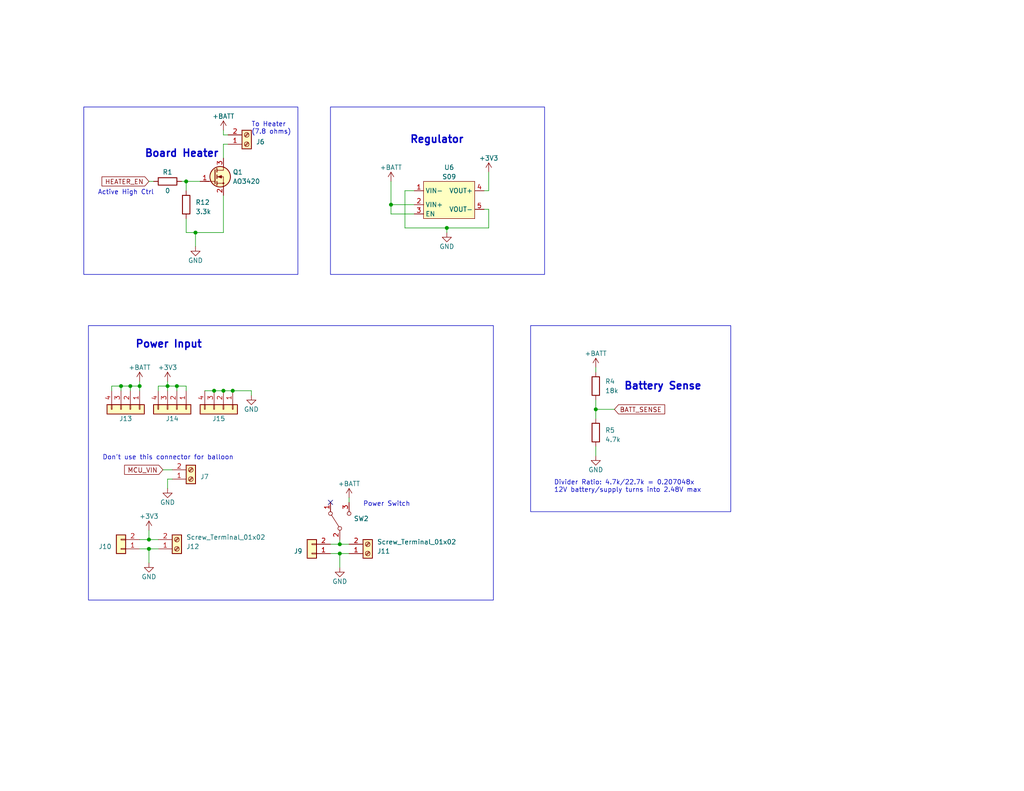
<source format=kicad_sch>
(kicad_sch (version 20230121) (generator eeschema)
  (paper "USLetter")
  (lib_symbols
    (symbol "Connector:Screw_Terminal_01x02" (pin_names (offset 1.016) hide)
      (property "Reference" "J" (at 0 2.54 0))
      (property "Value" "Screw_Terminal_01x02" (at 0 -5.08 0))
      (symbol "Screw_Terminal_01x02_1_1"
        (rectangle (start -1.27 1.27) (end 1.27 -3.81) (stroke (width 0.254)) (fill (type background)))
        (circle (center 0 -2.54) (radius 0.635) (stroke (width 0.1524)))
        (polyline (pts (xy -0.5334 -2.2098) (xy 0.3302 -3.048)) (stroke (width 0.1524)))
        (polyline (pts (xy -0.5334 0.3302) (xy 0.3302 -0.508)) (stroke (width 0.1524)))
        (polyline (pts (xy -0.3556 -2.032) (xy 0.508 -2.8702)) (stroke (width 0.1524)))
        (polyline (pts (xy -0.3556 0.508) (xy 0.508 -0.3302)) (stroke (width 0.1524)))
        (circle (center 0 0) (radius 0.635) (stroke (width 0.1524)))
        (pin passive line (at -5.08 0 0) (length 3.81) (name "Pin_1") (number "1"))
        (pin passive line (at -5.08 -2.54 0) (length 3.81) (name "Pin_2") (number "2"))
      )
    )
    (symbol "Connector_Generic:Conn_01x02" (pin_names (offset 1.016) hide)
      (property "Reference" "J" (at 0 2.54 0))
      (property "Value" "Conn_01x02" (at 0 -5.08 0))
      (symbol "Conn_01x02_1_1"
        (rectangle (start -1.27 -2.413) (end 0 -2.667) (stroke (width 0.1524)))
        (rectangle (start -1.27 0.127) (end 0 -0.127) (stroke (width 0.1524)))
        (rectangle (start -1.27 1.27) (end 1.27 -3.81) (stroke (width 0.254)) (fill (type background)))
        (pin passive line (at -5.08 0 0) (length 3.81) (name "Pin_1") (number "1"))
        (pin passive line (at -5.08 -2.54 0) (length 3.81) (name "Pin_2") (number "2"))
      )
    )
    (symbol "Connector_Generic:Conn_01x04" (pin_names (offset 1.016) hide)
      (property "Reference" "J" (at 0 5.08 0))
      (property "Value" "Conn_01x04" (at 0 -7.62 0))
      (symbol "Conn_01x04_1_1"
        (rectangle (start -1.27 -4.953) (end 0 -5.207) (stroke (width 0.1524)))
        (rectangle (start -1.27 -2.413) (end 0 -2.667) (stroke (width 0.1524)))
        (rectangle (start -1.27 0.127) (end 0 -0.127) (stroke (width 0.1524)))
        (rectangle (start -1.27 2.667) (end 0 2.413) (stroke (width 0.1524)))
        (rectangle (start -1.27 3.81) (end 1.27 -6.35) (stroke (width 0.254)) (fill (type background)))
        (pin passive line (at -5.08 2.54 0) (length 3.81) (name "Pin_1") (number "1"))
        (pin passive line (at -5.08 0 0) (length 3.81) (name "Pin_2") (number "2"))
        (pin passive line (at -5.08 -2.54 0) (length 3.81) (name "Pin_3") (number "3"))
        (pin passive line (at -5.08 -5.08 0) (length 3.81) (name "Pin_4") (number "4"))
      )
    )
    (symbol "Device:R" (pin_numbers hide) (pin_names (offset 0))
      (property "Reference" "R" (at 2.032 0 90))
      (property "Value" "R" (at 0 0 90))
      (symbol "R_0_1"
        (rectangle (start -1.016 -2.54) (end 1.016 2.54) (stroke (width 0.254)))
      )
      (symbol "R_1_1"
        (pin passive line (at 0 3.81 270) (length 1.27) (name "~") (number "1"))
        (pin passive line (at 0 -3.81 90) (length 1.27) (name "~") (number "2"))
      )
    )
    (symbol "PCM_Transistor_MOSFET_AKL:AO3420" (pin_names hide)
      (property "Reference" "Q" (at 5.08 1.27 0))
      (property "Value" "AO3420" (at 5.08 -1.27 0))
      (symbol "AO3420_0_1"
        (polyline (pts (xy 0.254 -1.27) (xy -2.54 -1.27)))
        (polyline (pts (xy 0.254 1.905) (xy 0.254 -1.905)) (stroke (width 0.254)))
        (polyline (pts (xy 0.762 -1.778) (xy 2.54 -1.778)))
        (polyline (pts (xy 0.762 -1.27) (xy 0.762 -2.286)) (stroke (width 0.254)))
        (polyline (pts (xy 0.762 0.508) (xy 0.762 -0.508)) (stroke (width 0.254)))
        (polyline (pts (xy 0.762 2.286) (xy 0.762 1.27)) (stroke (width 0.254)))
        (polyline (pts (xy 2.54 1.778) (xy 0.762 1.778)))
        (polyline (pts (xy 2.54 2.54) (xy 2.54 1.778)))
        (polyline (pts (xy 2.54 -2.54) (xy 2.54 0) (xy 0.762 0)))
        (polyline (pts (xy 1.016 0) (xy 2.032 0.381) (xy 2.032 -0.381) (xy 1.016 0)) (fill (type outline)))
        (circle (center 1.651 0) (radius 2.794) (stroke (width 0.254)) (fill (type background)))
        (circle (center 2.54 -1.778) (radius 0.1778) (fill (type outline)))
      )
      (symbol "AO3420_1_1"
        (pin input line (at -3.81 -1.27 0) (length 2.54) (name "G") (number "1"))
        (pin passive line (at 2.54 -5.08 90) (length 2.54) (name "S") (number "2"))
        (pin passive line (at 2.54 5.08 270) (length 2.54) (name "D") (number "3"))
      )
    )
    (symbol "Project-Supernova-Symbol-Lib:S09_Buck_Boost"
      (property "Reference" "U" (at 0 6.35 0))
      (property "Value" "S09" (at 0 -6.35 0))
      (symbol "S09_Buck_Boost_1_1"
        (rectangle (start -3.81 5.08) (end 10.16 -5.08) (fill (type background)))
        (pin power_in line (at -6.35 2.54 0) (length 2.54) (name "VIN-") (number "1"))
        (pin power_in line (at -6.35 -1.27 0) (length 2.54) (name "VIN+") (number "2"))
        (pin input line (at -6.35 -3.81 0) (length 2.54) (name "EN") (number "3"))
        (pin power_out line (at 12.7 2.54 180) (length 2.54) (name "VOUT+") (number "4"))
        (pin power_out line (at 12.7 -2.54 180) (length 2.54) (name "VOUT-") (number "5"))
      )
    )
    (symbol "Switch:SW_SPDT" (pin_names (offset 0) hide)
      (property "Reference" "SW" (at 0 4.318 0))
      (property "Value" "SW_SPDT" (at 0 -5.08 0))
      (symbol "SW_SPDT_0_0"
        (circle (center -2.032 0) (radius 0.508))
        (circle (center 2.032 -2.54) (radius 0.508))
      )
      (symbol "SW_SPDT_0_1"
        (polyline (pts (xy -1.524 0.254) (xy 1.651 2.286)))
        (circle (center 2.032 2.54) (radius 0.508))
      )
      (symbol "SW_SPDT_1_1"
        (pin passive line (at 5.08 2.54 180) (length 2.54) (name "A") (number "1"))
        (pin passive line (at -5.08 0 0) (length 2.54) (name "B") (number "2"))
        (pin passive line (at 5.08 -2.54 180) (length 2.54) (name "C") (number "3"))
      )
    )
    (symbol "power:+3V3" (power) (pin_names (offset 0))
      (property "Value" "+3V3" (at 0 3.556 0))
      (symbol "+3V3_0_1"
        (polyline (pts (xy -0.762 1.27) (xy 0 2.54)))
        (polyline (pts (xy 0 0) (xy 0 2.54)))
        (polyline (pts (xy 0 2.54) (xy 0.762 1.27)))
      )
      (symbol "+3V3_1_1"
        (pin power_in line (at 0 0 90) (length 0) hide (name "+3V3") (number "1"))
      )
    )
    (symbol "power:+BATT" (power) (pin_names (offset 0))
      (property "Value" "+BATT" (at 0 3.556 0))
      (symbol "+BATT_0_1"
        (polyline (pts (xy -0.762 1.27) (xy 0 2.54)))
        (polyline (pts (xy 0 0) (xy 0 2.54)))
        (polyline (pts (xy 0 2.54) (xy 0.762 1.27)))
      )
      (symbol "+BATT_1_1"
        (pin power_in line (at 0 0 90) (length 0) hide (name "+BATT") (number "1"))
      )
    )
    (symbol "power:GND" (power) (pin_names (offset 0))
      (property "Value" "GND" (at 0 -3.81 0))
      (symbol "GND_0_1"
        (polyline (pts (xy 0 0) (xy 0 -1.27) (xy 1.27 -1.27) (xy 0 -2.54) (xy -1.27 -1.27) (xy 0 -1.27)))
      )
      (symbol "GND_1_1"
        (pin power_in line (at 0 0 270) (length 0) hide (name "GND") (number "1"))
      )
    )
  )
  (junction (at 60.96 106.68))
  (junction (at 35.56 105.41))
  (junction (at 38.1 105.41))
  (junction (at 92.71 151.13))
  (junction (at 92.71 148.59))
  (junction (at 63.5 106.68))
  (junction (at 45.72 105.41))
  (junction (at 162.56 111.76))
  (junction (at 121.92 62.23))
  (junction (at 33.02 105.41))
  (junction (at 106.68 55.88))
  (junction (at 50.8 49.53))
  (junction (at 53.34 63.5))
  (junction (at 40.64 149.86))
  (junction (at 48.26 105.41))
  (junction (at 40.64 147.32))
  (junction (at 58.42 106.68))
  (no_connect (at 90.17 137.16))
  (wire (pts (xy 162.56 111.76) (xy 167.64 111.76)))
  (wire (pts (xy 48.26 105.41) (xy 50.8 105.41)))
  (wire (pts (xy 38.1 149.86) (xy 40.64 149.86)))
  (wire (pts (xy 40.64 49.53) (xy 41.91 49.53)))
  (wire (pts (xy 162.56 100.33) (xy 162.56 101.6)))
  (wire (pts (xy 133.35 52.07) (xy 133.35 46.99)))
  (wire (pts (xy 50.8 106.68) (xy 50.8 105.41)))
  (wire (pts (xy 132.08 52.07) (xy 133.35 52.07)))
  (wire (pts (xy 38.1 105.41) (xy 38.1 106.68)))
  (wire (pts (xy 45.72 133.35) (xy 45.72 130.81)))
  (wire (pts (xy 50.8 59.69) (xy 50.8 63.5)))
  (wire (pts (xy 60.96 35.56) (xy 60.96 36.83)))
  (wire (pts (xy 95.25 135.89) (xy 95.25 137.16)))
  (wire (pts (xy 162.56 111.76) (xy 162.56 114.3)))
  (wire (pts (xy 50.8 49.53) (xy 50.8 52.07)))
  (wire (pts (xy 40.64 147.32) (xy 43.18 147.32)))
  (wire (pts (xy 50.8 63.5) (xy 53.34 63.5)))
  (wire (pts (xy 133.35 62.23) (xy 121.92 62.23)))
  (wire (pts (xy 60.96 36.83) (xy 62.23 36.83)))
  (wire (pts (xy 60.96 39.37) (xy 60.96 43.18)))
  (wire (pts (xy 90.17 148.59) (xy 92.71 148.59)))
  (wire (pts (xy 48.26 105.41) (xy 48.26 106.68)))
  (wire (pts (xy 58.42 106.68) (xy 60.96 106.68)))
  (wire (pts (xy 30.48 106.68) (xy 30.48 105.41)))
  (wire (pts (xy 30.48 105.41) (xy 33.02 105.41)))
  (wire (pts (xy 35.56 105.41) (xy 38.1 105.41)))
  (wire (pts (xy 60.96 106.68) (xy 63.5 106.68)))
  (wire (pts (xy 92.71 148.59) (xy 92.71 147.32)))
  (wire (pts (xy 132.08 57.15) (xy 133.35 57.15)))
  (wire (pts (xy 90.17 151.13) (xy 92.71 151.13)))
  (wire (pts (xy 62.23 39.37) (xy 60.96 39.37)))
  (wire (pts (xy 92.71 151.13) (xy 95.25 151.13)))
  (wire (pts (xy 35.56 106.68) (xy 35.56 105.41)))
  (wire (pts (xy 50.8 49.53) (xy 54.61 49.53)))
  (wire (pts (xy 43.18 105.41) (xy 45.72 105.41)))
  (wire (pts (xy 33.02 106.68) (xy 33.02 105.41)))
  (wire (pts (xy 38.1 104.14) (xy 38.1 105.41)))
  (wire (pts (xy 49.53 49.53) (xy 50.8 49.53)))
  (wire (pts (xy 92.71 154.94) (xy 92.71 151.13)))
  (wire (pts (xy 110.49 62.23) (xy 110.49 52.07)))
  (wire (pts (xy 106.68 49.53) (xy 106.68 55.88)))
  (wire (pts (xy 40.64 149.86) (xy 43.18 149.86)))
  (wire (pts (xy 113.03 58.42) (xy 106.68 58.42)))
  (wire (pts (xy 33.02 105.41) (xy 35.56 105.41)))
  (wire (pts (xy 43.18 105.41) (xy 43.18 106.68)))
  (wire (pts (xy 106.68 55.88) (xy 106.68 58.42)))
  (wire (pts (xy 121.92 62.23) (xy 110.49 62.23)))
  (wire (pts (xy 133.35 57.15) (xy 133.35 62.23)))
  (wire (pts (xy 60.96 63.5) (xy 60.96 53.34)))
  (wire (pts (xy 45.72 106.68) (xy 45.72 105.41)))
  (wire (pts (xy 92.71 148.59) (xy 95.25 148.59)))
  (wire (pts (xy 45.72 105.41) (xy 48.26 105.41)))
  (wire (pts (xy 44.45 128.27) (xy 46.99 128.27)))
  (wire (pts (xy 45.72 130.81) (xy 46.99 130.81)))
  (wire (pts (xy 40.64 153.67) (xy 40.64 149.86)))
  (wire (pts (xy 68.58 107.95) (xy 68.58 106.68)))
  (wire (pts (xy 162.56 121.92) (xy 162.56 124.46)))
  (wire (pts (xy 45.72 104.14) (xy 45.72 105.41)))
  (wire (pts (xy 55.88 106.68) (xy 58.42 106.68)))
  (wire (pts (xy 106.68 55.88) (xy 113.03 55.88)))
  (wire (pts (xy 68.58 106.68) (xy 63.5 106.68)))
  (wire (pts (xy 121.92 63.5) (xy 121.92 62.23)))
  (wire (pts (xy 110.49 52.07) (xy 113.03 52.07)))
  (wire (pts (xy 53.34 63.5) (xy 60.96 63.5)))
  (wire (pts (xy 53.34 63.5) (xy 53.34 67.31)))
  (wire (pts (xy 162.56 109.22) (xy 162.56 111.76)))
  (wire (pts (xy 40.64 144.78) (xy 40.64 147.32)))
  (wire (pts (xy 38.1 147.32) (xy 40.64 147.32)))
  (rectangle (start 144.78 88.9) (end 199.39 139.7))
  (rectangle (start 90.17 29.21) (end 148.59 74.93))
  (rectangle (start 22.86 29.21) (end 81.28 74.93))
  (rectangle (start 24.13 88.9) (end 134.62 163.83))
  (text "Divider Ratio: 4.7k/22.7k = 0.207048x\n12V battery/supply turns into 2.48V max" (at 151.13 134.62 0) (effects (font (size 1.27 1.27)) (justify left bottom)))
  (text "To Heater\n(7.8 ohms)" (at 68.58 36.83 0) (effects (font (size 1.27 1.27)) (justify left bottom)))
  (text "Active High Ctrl" (at 26.67 53.34 0) (effects (font (size 1.27 1.27)) (justify left bottom)))
  (text "Don't use this connector for balloon" (at 27.94 125.73 0) (effects (font (size 1.27 1.27)) (justify left bottom)))
  (text "Regulator" (at 111.76 39.37 0) (effects (font (size 2 2) (thickness 0.4) bold) (justify left bottom)))
  (text "Battery Sense" (at 170.18 106.68 0) (effects (font (size 2 2) (thickness 0.4) bold) (justify left bottom)))
  (text "Power Input" (at 36.83 95.25 0) (effects (font (size 2 2) (thickness 0.4) bold) (justify left bottom)))
  (text "Power Switch" (at 99.06 138.43 0) (effects (font (size 1.27 1.27)) (justify left bottom)))
  (text "Board Heater" (at 39.37 43.18 0) (effects (font (size 2 2) (thickness 0.4) bold) (justify left bottom)))
  (global_label "HEATER_EN" (shape input) (at 40.64 49.53 180) (property "Intersheetrefs" "${INTERSHEET_REFS}" (effects hide)))
  (global_label "BATT_SENSE" (shape input) (at 167.64 111.76 0) (property "Intersheetrefs" "${INTERSHEET_REFS}" (effects hide)))
  (global_label "MCU_VIN" (shape input) (at 44.45 128.27 180) (property "Intersheetrefs" "${INTERSHEET_REFS}" (effects hide)))
  (symbol (lib_id "Project-Supernova-Symbol-Lib:S09_Buck_Boost") (at 119.38 54.61 0) (unit 1)
    (property "Reference" "U6" (at 122.555 45.72 0))
    (property "Value" "S09" (at 122.555 48.26 0))
    (property "Footprint" "Project-Supernova-Footprint-Lib:S09" (effects hide))
    (instances (project "Project-Supernova-PCB" (path "" (reference "U6") (unit 1)) (path "" (reference "U301") (unit 1))))
  )
  (symbol (lib_id "power:+3V3") (at 40.64 144.78 0) (unit 1)
    (property "Reference" "#PWR035" (effects hide))
    (property "Value" "+3V3" (at 40.64 140.97 0))
    (instances (project "Project-Supernova-PCB" (path "" (reference "#PWR035") (unit 1)) (path "" (reference "#PWR0311") (unit 1))))
  )
  (symbol (lib_id "Connector:Screw_Terminal_01x02") (at 67.31 39.37 0) (mirror x) (unit 1)
    (property "Reference" "J6" (at 69.85 38.735 0) (effects (justify left)))
    (property "Value" "Screw_Terminal_01x02" (effects hide))
    (property "Footprint" "TerminalBlock:TerminalBlock_bornier-2_P5.08mm" (effects hide))
    (instances (project "Project-Supernova-PCB" (path "" (reference "J6") (unit 1)) (path "" (reference "J301") (unit 1))))
  )
  (symbol (lib_id "power:GND") (at 121.92 63.5 0) (unit 1)
    (property "Reference" "#PWR05" (effects hide))
    (property "Value" "GND" (at 121.92 67.31 0))
    (instances (project "RFM95-Multi-PCB" (path "" (reference "#PWR05") (unit 1))) (project "Project-Supernova-PCB" (path "" (reference "#PWR026") (unit 1)) (path "" (reference "#PWR0306") (unit 1))))
  )
  (symbol (lib_id "Connector:Screw_Terminal_01x02") (at 48.26 149.86 0) (mirror x) (unit 1)
    (property "Reference" "J12" (at 50.8 149.225 0) (effects (justify left)))
    (property "Value" "Screw_Terminal_01x02" (at 50.8 146.685 0) (effects (justify left)))
    (property "Footprint" "TerminalBlock:TerminalBlock_bornier-2_P5.08mm" (effects hide))
    (instances (project "Project-Supernova-PCB" (path "" (reference "J12") (unit 1)) (path "" (reference "J309") (unit 1))))
  )
  (symbol (lib_id "PCM_Transistor_MOSFET_AKL:AO3420") (at 58.42 48.26 0) (unit 1)
    (property "Reference" "Q1" (at 63.5 46.99 0) (effects (justify left)))
    (property "Value" "AO3420" (at 63.5 49.53 0) (effects (justify left)))
    (property "Footprint" "Project-Supernova-Footprint-Lib:SOT-23-MassivePads-HandSolder" (effects hide))
    (property "Datasheet" "https://www.tme.eu/Document/e078e0d7f7e9a9efd96f3e7a35ec389d/AO3420.pdf" (effects hide))
    (instances (project "Project-Supernova-PCB" (path "" (reference "Q1") (unit 1)) (path "" (reference "Q301") (unit 1))))
  )
  (symbol (lib_id "Connector_Generic:Conn_01x04") (at 60.96 111.76 270) (unit 1)
    (property "Reference" "J15" (at 59.69 114.3 90))
    (property "Value" "Conn_01x04" (effects hide))
    (property "Footprint" "Connector_PinHeader_2.54mm:PinHeader_1x04_P2.54mm_Vertical" (effects hide))
    (instances (project "Project-Supernova-PCB" (path "" (reference "J15") (unit 1)) (path "" (reference "J304") (unit 1))))
  )
  (symbol (lib_id "power:+BATT") (at 162.56 100.33 0) (unit 1)
    (property "Reference" "#PWR032" (effects hide))
    (property "Value" "+BATT" (at 162.56 96.52 0))
    (instances (project "Project-Supernova-PCB" (path "" (reference "#PWR032") (unit 1)) (path "" (reference "#PWR0314") (unit 1))))
  )
  (symbol (lib_id "power:+3V3") (at 133.35 46.99 0) (unit 1)
    (property "Reference" "#PWR028" (effects hide))
    (property "Value" "+3V3" (at 133.35 43.18 0))
    (instances (project "Project-Supernova-PCB" (path "" (reference "#PWR028") (unit 1)) (path "" (reference "#PWR0309") (unit 1))))
  )
  (symbol (lib_id "power:GND") (at 53.34 67.31 0) (unit 1)
    (property "Reference" "#PWR05" (effects hide))
    (property "Value" "GND" (at 53.34 71.12 0))
    (instances (project "RFM95-Multi-PCB" (path "" (reference "#PWR05") (unit 1))) (project "Project-Supernova-PCB" (path "" (reference "#PWR023") (unit 1)) (path "" (reference "#PWR0301") (unit 1))))
  )
  (symbol (lib_id "Switch:SW_SPDT") (at 92.71 142.24 90) (unit 1)
    (property "Reference" "SW2" (at 96.52 141.605 90) (effects (justify right)))
    (property "Value" "SW_SPDT" (effects hide))
    (property "Footprint" "Button_Switch_THT:SW_Slide_1P2T_CK_OS102011MS2Q" (effects hide))
    (instances (project "Project-Supernova-PCB" (path "" (reference "SW2") (unit 1)) (path "" (reference "SW301") (unit 1))))
  )
  (symbol (lib_id "power:+BATT") (at 106.68 49.53 0) (unit 1)
    (property "Reference" "#PWR025" (effects hide))
    (property "Value" "+BATT" (at 106.68 45.72 0))
    (instances (project "Project-Supernova-PCB" (path "" (reference "#PWR025") (unit 1)) (path "" (reference "#PWR0304") (unit 1))))
  )
  (symbol (lib_id "power:GND") (at 45.72 133.35 0) (unit 1)
    (property "Reference" "#PWR05" (effects hide))
    (property "Value" "GND" (at 45.72 137.16 0))
    (instances (project "RFM95-Multi-PCB" (path "" (reference "#PWR05") (unit 1))) (project "Project-Supernova-PCB" (path "" (reference "#PWR027") (unit 1)) (path "" (reference "#PWR0307") (unit 1))))
  )
  (symbol (lib_id "power:+BATT") (at 60.96 35.56 0) (unit 1)
    (property "Reference" "#PWR022" (effects hide))
    (property "Value" "+BATT" (at 60.96 31.75 0))
    (instances (project "Project-Supernova-PCB" (path "" (reference "#PWR022") (unit 1)) (path "" (reference "#PWR0302") (unit 1))))
  )
  (symbol (lib_id "Device:R") (at 50.8 55.88 0) (unit 1)
    (property "Reference" "R12" (at 53.34 55.245 0) (effects (justify left)))
    (property "Value" "3.3k" (at 53.34 57.785 0) (effects (justify left)))
    (property "Footprint" "Resistor_SMD:R_1206_3216Metric_Pad1.30x1.75mm_HandSolder" (effects hide))
    (instances (project "Project-Supernova-PCB" (path "" (reference "R12") (unit 1)) (path "" (reference "R302") (unit 1))))
  )
  (symbol (lib_id "Device:R") (at 162.56 105.41 0) (unit 1)
    (property "Reference" "R4" (at 165.1 104.14 0) (effects (justify left)))
    (property "Value" "18k" (at 165.1 106.68 0) (effects (justify left)))
    (property "Footprint" "Resistor_SMD:R_1206_3216Metric_Pad1.30x1.75mm_HandSolder" (effects hide))
    (instances (project "Project-Supernova-PCB" (path "" (reference "R4") (unit 1)) (path "" (reference "R303") (unit 1))))
  )
  (symbol (lib_id "Connector_Generic:Conn_01x04") (at 35.56 111.76 270) (unit 1)
    (property "Reference" "J13" (at 34.29 114.3 90))
    (property "Value" "Conn_01x04" (effects hide))
    (property "Footprint" "Connector_PinHeader_2.54mm:PinHeader_1x04_P2.54mm_Vertical" (effects hide))
    (instances (project "Project-Supernova-PCB" (path "" (reference "J13") (unit 1)) (path "" (reference "J302") (unit 1))))
  )
  (symbol (lib_id "power:+BATT") (at 38.1 104.14 0) (unit 1)
    (property "Reference" "#PWR0103" (effects hide))
    (property "Value" "+BATT" (at 38.1 100.33 0))
    (instances (project "Project-Supernova-PCB" (path "" (reference "#PWR0103") (unit 1)) (path "" (reference "#PWR0303") (unit 1))))
  )
  (symbol (lib_id "power:GND") (at 162.56 124.46 0) (unit 1)
    (property "Reference" "#PWR05" (effects hide))
    (property "Value" "GND" (at 162.56 128.27 0))
    (instances (project "RFM95-Multi-PCB" (path "" (reference "#PWR05") (unit 1))) (project "Project-Supernova-PCB" (path "" (reference "#PWR033") (unit 1)) (path "" (reference "#PWR0315") (unit 1))))
  )
  (symbol (lib_id "Connector_Generic:Conn_01x02") (at 33.02 149.86 180) (unit 1)
    (property "Reference" "J10" (at 30.48 149.225 0) (effects (justify left)))
    (property "Value" "Conn_01x02" (effects hide))
    (property "Footprint" "Connector_PinHeader_2.54mm:PinHeader_1x02_P2.54mm_Vertical" (effects hide))
    (instances (project "Project-Supernova-PCB" (path "" (reference "J10") (unit 1)) (path "" (reference "J307") (unit 1))))
  )
  (symbol (lib_id "power:GND") (at 68.58 107.95 0) (unit 1)
    (property "Reference" "#PWR05" (effects hide))
    (property "Value" "GND" (at 68.58 111.76 0))
    (instances (project "RFM95-Multi-PCB" (path "" (reference "#PWR05") (unit 1))) (project "Project-Supernova-PCB" (path "" (reference "#PWR0101") (unit 1)) (path "" (reference "#PWR0308") (unit 1))))
  )
  (symbol (lib_id "power:GND") (at 40.64 153.67 0) (unit 1)
    (property "Reference" "#PWR05" (effects hide))
    (property "Value" "GND" (at 40.64 157.48 0))
    (instances (project "RFM95-Multi-PCB" (path "" (reference "#PWR05") (unit 1))) (project "Project-Supernova-PCB" (path "" (reference "#PWR036") (unit 1)) (path "" (reference "#PWR0312") (unit 1))))
  )
  (symbol (lib_id "Connector_Generic:Conn_01x04") (at 48.26 111.76 270) (unit 1)
    (property "Reference" "J14" (at 46.99 114.3 90))
    (property "Value" "Conn_01x04" (effects hide))
    (property "Footprint" "Connector_PinHeader_2.54mm:PinHeader_1x04_P2.54mm_Vertical" (effects hide))
    (instances (project "Project-Supernova-PCB" (path "" (reference "J14") (unit 1)) (path "" (reference "J303") (unit 1))))
  )
  (symbol (lib_id "Device:R") (at 45.72 49.53 90) (unit 1)
    (property "Reference" "R1" (at 45.72 46.99 90))
    (property "Value" "0" (at 45.72 52.07 90))
    (property "Footprint" "Resistor_SMD:R_1206_3216Metric_Pad1.30x1.75mm_HandSolder" (effects hide))
    (instances (project "Project-Supernova-PCB" (path "" (reference "R1") (unit 1)) (path "" (reference "R301") (unit 1))))
  )
  (symbol (lib_id "Connector_Generic:Conn_01x02") (at 85.09 151.13 180) (unit 1)
    (property "Reference" "J9" (at 82.55 150.495 0) (effects (justify left)))
    (property "Value" "Conn_01x02" (effects hide))
    (property "Footprint" "Connector_PinHeader_2.54mm:PinHeader_1x02_P2.54mm_Vertical" (effects hide))
    (instances (project "Project-Supernova-PCB" (path "" (reference "J9") (unit 1)) (path "" (reference "J306") (unit 1))))
  )
  (symbol (lib_id "Connector:Screw_Terminal_01x02") (at 52.07 130.81 0) (mirror x) (unit 1)
    (property "Reference" "J7" (at 54.61 130.175 0) (effects (justify left)))
    (property "Value" "Screw_Terminal_01x02" (effects hide))
    (property "Footprint" "TerminalBlock:TerminalBlock_bornier-2_P5.08mm" (effects hide))
    (instances (project "Project-Supernova-PCB" (path "" (reference "J7") (unit 1)) (path "" (reference "J305") (unit 1))))
  )
  (symbol (lib_id "power:+3V3") (at 45.72 104.14 0) (unit 1)
    (property "Reference" "#PWR0102" (effects hide))
    (property "Value" "+3V3" (at 45.72 100.33 0))
    (instances (project "Project-Supernova-PCB" (path "" (reference "#PWR0102") (unit 1)) (path "" (reference "#PWR0305") (unit 1))))
  )
  (symbol (lib_id "Device:R") (at 162.56 118.11 0) (unit 1)
    (property "Reference" "R5" (at 165.1 117.475 0) (effects (justify left)))
    (property "Value" "4.7k" (at 165.1 120.015 0) (effects (justify left)))
    (property "Footprint" "Resistor_SMD:R_1206_3216Metric_Pad1.30x1.75mm_HandSolder" (effects hide))
    (instances (project "Project-Supernova-PCB" (path "" (reference "R5") (unit 1)) (path "" (reference "R304") (unit 1))))
  )
  (symbol (lib_id "Connector:Screw_Terminal_01x02") (at 100.33 151.13 0) (mirror x) (unit 1)
    (property "Reference" "J11" (at 102.87 150.495 0) (effects (justify left)))
    (property "Value" "Screw_Terminal_01x02" (at 102.87 147.955 0) (effects (justify left)))
    (property "Footprint" "TerminalBlock:TerminalBlock_bornier-2_P5.08mm" (effects hide))
    (instances (project "Project-Supernova-PCB" (path "" (reference "J11") (unit 1)) (path "" (reference "J308") (unit 1))))
  )
  (symbol (lib_id "power:+BATT") (at 95.25 135.89 0) (unit 1)
    (property "Reference" "#PWR037" (effects hide))
    (property "Value" "+BATT" (at 95.25 132.08 0))
    (instances (project "Project-Supernova-PCB" (path "" (reference "#PWR037") (unit 1)) (path "" (reference "#PWR0313") (unit 1))))
  )
  (symbol (lib_id "power:GND") (at 92.71 154.94 0) (unit 1)
    (property "Reference" "#PWR05" (effects hide))
    (property "Value" "GND" (at 92.71 158.75 0))
    (instances (project "RFM95-Multi-PCB" (path "" (reference "#PWR05") (unit 1))) (project "Project-Supernova-PCB" (path "" (reference "#PWR034") (unit 1)) (path "" (reference "#PWR0310") (unit 1))))
  )
)
</source>
